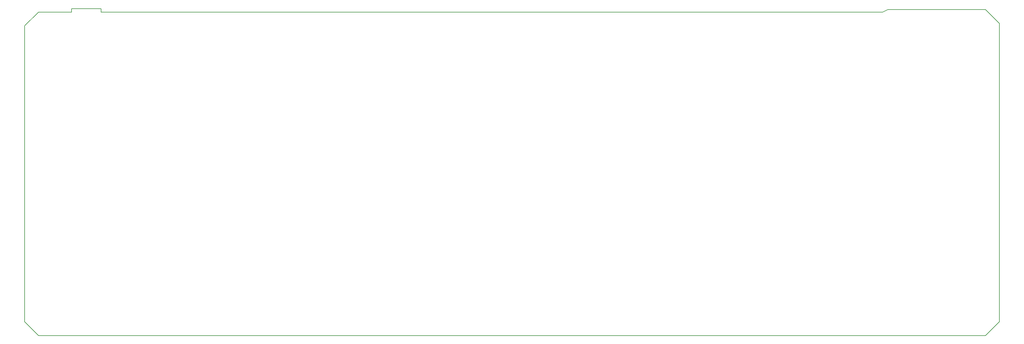
<source format=gbr>
G04 #@! TF.GenerationSoftware,KiCad,Pcbnew,(5.1.4)-1*
G04 #@! TF.CreationDate,2019-09-11T09:05:27+07:00*
G04 #@! TF.ProjectId,PCB,5043422e-6b69-4636-9164-5f7063625858,b*
G04 #@! TF.SameCoordinates,Original*
G04 #@! TF.FileFunction,Profile,NP*
%FSLAX46Y46*%
G04 Gerber Fmt 4.6, Leading zero omitted, Abs format (unit mm)*
G04 Created by KiCad (PCBNEW (5.1.4)-1) date 2019-09-11 09:05:27*
%MOMM*%
%LPD*%
G04 APERTURE LIST*
%ADD10C,0.200000*%
G04 APERTURE END LIST*
D10*
X241736041Y8750919D02*
X243268092Y9450919D01*
X13279444Y8750919D02*
X241736041Y8750919D01*
X13279444Y9750919D02*
X13279444Y8750919D01*
X4679444Y9750919D02*
X13279444Y9750919D01*
X4679444Y8750919D02*
X4679444Y9750919D01*
X-5037489Y8750919D02*
X4679444Y8750919D01*
X-9037489Y4750919D02*
X-5037489Y8750919D01*
X-9037489Y-81900300D02*
X-9037489Y4750919D01*
X-5037489Y-85900300D02*
X-9037489Y-81900300D01*
X271813382Y-85900300D02*
X-5037489Y-85900300D01*
X275813382Y-81900300D02*
X271813382Y-85900300D01*
X275813382Y5450919D02*
X275813382Y-81900300D01*
X271813382Y9450919D02*
X275813382Y5450919D01*
X243268092Y9450919D02*
X271813382Y9450919D01*
M02*

</source>
